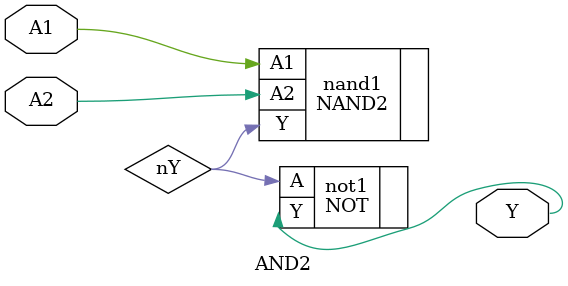
<source format=v>
`include "../NAND2/NAND2.v"
`include "../NOT/NOT.v"

module AND2(
    output Y,
    input A1,
    input A2
);
    wire nY;
    NAND2 nand1(.A1(A1), .A2(A2), .Y(nY));
    NOT not1(.A(nY), .Y(Y));
endmodule
</source>
